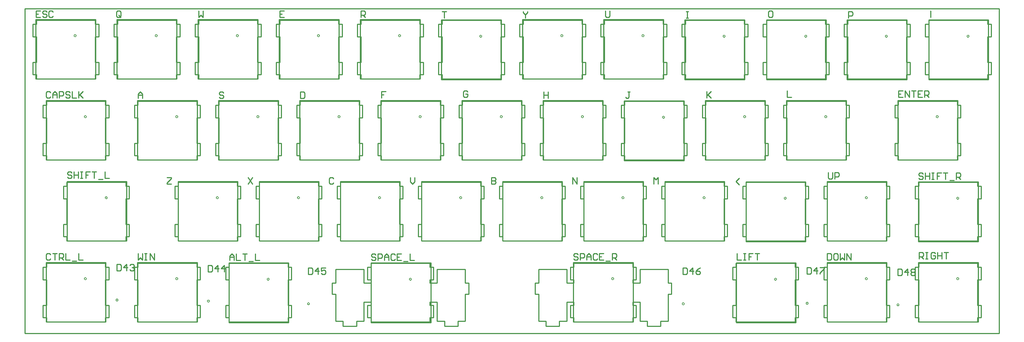
<source format=gto>
G04*
G04 #@! TF.GenerationSoftware,Altium Limited,Altium Designer,23.0.1 (38)*
G04*
G04 Layer_Color=65535*
%FSLAX44Y44*%
%MOMM*%
G71*
G04*
G04 #@! TF.SameCoordinates,415B9E50-699A-4425-B3A7-CA41C988AD1A*
G04*
G04*
G04 #@! TF.FilePolarity,Positive*
G04*
G01*
G75*
%ADD10C,0.1500*%
%ADD11C,0.2540*%
D10*
X965160Y424815D02*
G03*
X965160Y424815I-2500J0D01*
G01*
X730248Y431165D02*
G03*
X730248Y431165I-2500J0D01*
G01*
X515619Y433705D02*
G03*
X515619Y433705I-2500J0D01*
G01*
X2349498Y422275D02*
G03*
X2349498Y422275I-2500J0D01*
G01*
X2136138Y426085D02*
G03*
X2136138Y426085I-2500J0D01*
G01*
X1845270Y424815D02*
G03*
X1845270Y424815I-2500J0D01*
G01*
X2489795Y483870D02*
G03*
X2489795Y483870I-2500J0D01*
G01*
X2275165D02*
G03*
X2275165Y483870I-2500J0D01*
G01*
X2061805Y482600D02*
G03*
X2061805Y482600I-2500J0D01*
G01*
X1679535Y483870D02*
G03*
X1679535Y483870I-2500J0D01*
G01*
X1204555Y482600D02*
G03*
X1204555Y482600I-2500J0D01*
G01*
X870545D02*
G03*
X870545Y482600I-2500J0D01*
G01*
X2489795Y673100D02*
G03*
X2489795Y673100I-2500J0D01*
G01*
X2275165Y674370D02*
G03*
X2275165Y674370I-2500J0D01*
G01*
X655915Y483870D02*
G03*
X655915Y483870I-2500J0D01*
G01*
X441285D02*
G03*
X441285Y483870I-2500J0D01*
G01*
X490255Y674250D02*
G03*
X490255Y674250I-2500J0D01*
G01*
X2441535Y864870D02*
G03*
X2441535Y864870I-2500J0D01*
G01*
X2179915D02*
G03*
X2179915Y864870I-2500J0D01*
G01*
X1989415D02*
G03*
X1989415Y864870I-2500J0D01*
G01*
X1798915Y863600D02*
G03*
X1798915Y863600I-2500J0D01*
G01*
X1608415Y864870D02*
G03*
X1608415Y864870I-2500J0D01*
G01*
X1417915D02*
G03*
X1417915Y864870I-2500J0D01*
G01*
X1227415D02*
G03*
X1227415Y864870I-2500J0D01*
G01*
X1036915D02*
G03*
X1036915Y864870I-2500J0D01*
G01*
X846415D02*
G03*
X846415Y864870I-2500J0D01*
G01*
X655915D02*
G03*
X655915Y864870I-2500J0D01*
G01*
X441285D02*
G03*
X441285Y864870I-2500J0D01*
G01*
X798155Y1055370D02*
G03*
X798155Y1055370I-2500J0D01*
G01*
X2513925Y1054100D02*
G03*
X2513925Y1054100I-2500J0D01*
G01*
X2322155D02*
G03*
X2322155Y1054100I-2500J0D01*
G01*
X2132925D02*
G03*
X2132925Y1054100I-2500J0D01*
G01*
X1941155D02*
G03*
X1941155Y1054100I-2500J0D01*
G01*
X1750655Y1055370D02*
G03*
X1750655Y1055370I-2500J0D01*
G01*
X1560155D02*
G03*
X1560155Y1055370I-2500J0D01*
G01*
X1369655Y1054100D02*
G03*
X1369655Y1054100I-2500J0D01*
G01*
X1179155Y1055370D02*
G03*
X1179155Y1055370I-2500J0D01*
G01*
X988655D02*
G03*
X988655Y1055370I-2500J0D01*
G01*
X2084665Y673100D02*
G03*
X2084665Y673100I-2500J0D01*
G01*
X1894165Y674370D02*
G03*
X1894165Y674370I-2500J0D01*
G01*
X1703665D02*
G03*
X1703665Y674370I-2500J0D01*
G01*
X1513165D02*
G03*
X1513165Y674370I-2500J0D01*
G01*
X1322665D02*
G03*
X1322665Y674370I-2500J0D01*
G01*
X1132165D02*
G03*
X1132165Y674370I-2500J0D01*
G01*
X941665D02*
G03*
X941665Y674370I-2500J0D01*
G01*
X751165D02*
G03*
X751165Y674370I-2500J0D01*
G01*
X607655Y1055370D02*
G03*
X607655Y1055370I-2500J0D01*
G01*
X417155D02*
G03*
X417155Y1055370I-2500J0D01*
G01*
D11*
X2535070Y382120D02*
Y522120D01*
X2395070Y382120D02*
X2535070D01*
X2395070D02*
Y522120D01*
X2535070D01*
X2320440Y382120D02*
Y522120D01*
X2180440Y382120D02*
X2320440D01*
X2180440D02*
Y522120D01*
X2320440D01*
X2107080Y380850D02*
Y520850D01*
X1967080Y380850D02*
X2107080D01*
X1967080D02*
Y520850D01*
X2107080D01*
X1724810Y382120D02*
Y522120D01*
X1584810Y382120D02*
X1724810D01*
X1584810D02*
Y522120D01*
X1724810D01*
X1249830Y380850D02*
Y520850D01*
X1109830Y380850D02*
X1249830D01*
X1109830D02*
Y520850D01*
X1249830D01*
X915820Y380850D02*
Y520850D01*
X775820Y380850D02*
X915820D01*
X775820D02*
Y520850D01*
X915820D01*
X2535070Y571350D02*
Y711350D01*
X2395070Y571350D02*
X2535070D01*
X2395070D02*
Y711350D01*
X2535070D01*
X2320440Y572620D02*
Y712620D01*
X2180440Y572620D02*
X2320440D01*
X2180440D02*
Y712620D01*
X2320440D01*
X701190Y382120D02*
Y522120D01*
X561190Y382120D02*
X701190D01*
X561190D02*
Y522120D01*
X701190D01*
X486560Y382120D02*
Y522120D01*
X346560Y382120D02*
X486560D01*
X346560D02*
Y522120D01*
X486560D01*
X535530Y572500D02*
Y712500D01*
X395530Y572500D02*
X535530D01*
X395530D02*
Y712500D01*
X535530D01*
X2486810Y763120D02*
Y903120D01*
X2346810Y763120D02*
X2486810D01*
X2346810D02*
Y903120D01*
X2486810D01*
X2225190Y763120D02*
Y903120D01*
X2085190Y763120D02*
X2225190D01*
X2085190D02*
Y903120D01*
X2225190D01*
X2034690Y763120D02*
Y903120D01*
X1894690Y763120D02*
X2034690D01*
X1894690D02*
Y903120D01*
X2034690D01*
X1844190Y761850D02*
Y901850D01*
X1704190Y761850D02*
X1844190D01*
X1704190D02*
Y901850D01*
X1844190D01*
X1653690Y763120D02*
Y903120D01*
X1513690Y763120D02*
X1653690D01*
X1513690D02*
Y903120D01*
X1653690D01*
X1463190Y763120D02*
Y903120D01*
X1323190Y763120D02*
X1463190D01*
X1323190D02*
Y903120D01*
X1463190D01*
X1272690Y763120D02*
Y903120D01*
X1132690Y763120D02*
X1272690D01*
X1132690D02*
Y903120D01*
X1272690D01*
X1082190Y763120D02*
Y903120D01*
X942190Y763120D02*
X1082190D01*
X942190D02*
Y903120D01*
X1082190D01*
X891690Y763120D02*
Y903120D01*
X751690Y763120D02*
X891690D01*
X751690D02*
Y903120D01*
X891690D01*
X701190Y763120D02*
Y903120D01*
X561190Y763120D02*
X701190D01*
X561190D02*
Y903120D01*
X701190D01*
X486560Y763120D02*
Y903120D01*
X346560Y763120D02*
X486560D01*
X346560D02*
Y903120D01*
X486560D01*
X843430Y953620D02*
Y1093620D01*
X703430Y953620D02*
X843430D01*
X703430D02*
Y1093620D01*
X843430D01*
X2559200Y952350D02*
Y1092350D01*
X2419200Y952350D02*
X2559200D01*
X2419200D02*
Y1092350D01*
X2559200D01*
X2367430Y952350D02*
Y1092350D01*
X2227430Y952350D02*
X2367430D01*
X2227430D02*
Y1092350D01*
X2367430D01*
X2178200Y952350D02*
Y1092350D01*
X2038200Y952350D02*
X2178200D01*
X2038200D02*
Y1092350D01*
X2178200D01*
X1986430Y952350D02*
Y1092350D01*
X1846430Y952350D02*
X1986430D01*
X1846430D02*
Y1092350D01*
X1986430D01*
X1795930Y953620D02*
Y1093620D01*
X1655930Y953620D02*
X1795930D01*
X1655930D02*
Y1093620D01*
X1795930D01*
X1605430Y953620D02*
Y1093620D01*
X1465430Y953620D02*
X1605430D01*
X1465430D02*
Y1093620D01*
X1605430D01*
X1414930Y952350D02*
Y1092350D01*
X1274930Y952350D02*
X1414930D01*
X1274930D02*
Y1092350D01*
X1414930D01*
X1224430Y953620D02*
Y1093620D01*
X1084430Y953620D02*
X1224430D01*
X1084430D02*
Y1093620D01*
X1224430D01*
X1033930Y953620D02*
Y1093620D01*
X893930Y953620D02*
X1033930D01*
X893930D02*
Y1093620D01*
X1033930D01*
X2129940Y571350D02*
Y711350D01*
X1989940Y571350D02*
X2129940D01*
X1989940D02*
Y711350D01*
X2129940D01*
X1939440Y572620D02*
Y712620D01*
X1799440Y572620D02*
X1939440D01*
X1799440D02*
Y712620D01*
X1939440D01*
X1748940Y572620D02*
Y712620D01*
X1608940Y572620D02*
X1748940D01*
X1608940D02*
Y712620D01*
X1748940D01*
X1558440Y572620D02*
Y712620D01*
X1418440Y572620D02*
X1558440D01*
X1418440D02*
Y712620D01*
X1558440D01*
X1367940Y572620D02*
Y712620D01*
X1227940Y572620D02*
X1367940D01*
X1227940D02*
Y712620D01*
X1367940D01*
X1177440Y572620D02*
Y712620D01*
X1037440Y572620D02*
X1177440D01*
X1037440D02*
Y712620D01*
X1177440D01*
X986940Y572620D02*
Y712620D01*
X846940Y572620D02*
X986940D01*
X846940D02*
Y712620D01*
X986940D01*
X796440Y572620D02*
Y712620D01*
X656440Y572620D02*
X796440D01*
X656440D02*
Y712620D01*
X796440D01*
X652930Y953620D02*
Y1093620D01*
X512930Y953620D02*
X652930D01*
X512930D02*
Y1093620D01*
X652930D01*
X462430Y953620D02*
Y1093620D01*
X322430Y953620D02*
X462430D01*
X322430D02*
Y1093620D01*
X462430D01*
X514109Y953668D02*
Y963658D01*
Y953668D02*
X652600D01*
Y963658D01*
X660608D01*
X704610Y953668D02*
Y963658D01*
Y953668D02*
X843100D01*
Y963658D01*
X851108D01*
X696602D02*
X704610D01*
X485914Y891667D02*
Y901658D01*
X462102Y953668D02*
Y963658D01*
X347421Y891667D02*
Y901658D01*
X485914Y891667D02*
X493920D01*
X347421Y901658D02*
X485914D01*
X462102Y963658D02*
X470108D01*
X890725Y891667D02*
Y901658D01*
X752221D02*
X890725D01*
X553727Y891667D02*
X561720D01*
X700225D02*
X708219D01*
X700225D02*
Y901658D01*
X561720Y891667D02*
Y901658D01*
X700225D01*
X752221Y891667D02*
Y901658D01*
X744227Y891667D02*
X752221D01*
X470108Y963658D02*
Y993161D01*
X660608Y963658D02*
Y993161D01*
X652600D02*
X660608D01*
X462102D02*
X470108D01*
X506102Y963658D02*
Y993161D01*
X514109D01*
X506102Y963658D02*
X514109D01*
X696602D02*
Y993161D01*
X704610D01*
X887102Y963658D02*
Y993161D01*
X851108Y963658D02*
Y993161D01*
X843100D02*
X851108D01*
X1268102D02*
X1276110D01*
X1232094Y963658D02*
Y993161D01*
X1268102Y963658D02*
Y993161D01*
X1224100D02*
X1232094D01*
X1268102Y963658D02*
X1276110D01*
X1125227Y802661D02*
X1133221D01*
X1089219Y862164D02*
Y891667D01*
X1133221Y802661D02*
Y862164D01*
X1125227D02*
X1133221D01*
X1125227D02*
Y891667D01*
X1271725D02*
Y901658D01*
X1224100Y953668D02*
Y963658D01*
X1133221Y891667D02*
Y901658D01*
X1271725D01*
X1224100Y963658D02*
X1232094D01*
X1125227Y891667D02*
X1133221D01*
X1276110Y953668D02*
Y963658D01*
X1271725Y802661D02*
X1279719D01*
X1271725D02*
Y862164D01*
Y891667D02*
X1279719D01*
X1271725Y862164D02*
X1279719D01*
Y891667D01*
X1795600Y993161D02*
X1803610D01*
Y963658D02*
Y993161D01*
X1795600Y963658D02*
X1803610D01*
X1795600Y953668D02*
Y963658D01*
X1895220Y891667D02*
Y901658D01*
X1887230Y891667D02*
X1895220D01*
X1887230Y862164D02*
X1895220D01*
X1887230D02*
Y891667D01*
X1895220Y901658D02*
X2033730D01*
X1843230Y891667D02*
X1851220D01*
X1660720Y862164D02*
Y891667D01*
X1704720D02*
Y901658D01*
X1696730Y862164D02*
Y891667D01*
X1704720D01*
X1843230D02*
Y901658D01*
X1851220Y862164D02*
Y891667D01*
X1843230Y862164D02*
X1851220D01*
X1696730D02*
X1704720D01*
Y901658D02*
X1843230D01*
X1986100Y993161D02*
X1994110D01*
X1847610Y953668D02*
Y963658D01*
Y953668D02*
X1986100D01*
X1994110Y963658D02*
Y993161D01*
X1986100Y953668D02*
Y963658D01*
X1839600Y993161D02*
X1847610D01*
X1839600Y963658D02*
X1847610D01*
X1986100D02*
X1994110D01*
X1839600D02*
Y993161D01*
X2033730Y891667D02*
X2041720D01*
X2033730Y862164D02*
X2041720D01*
Y891667D01*
X2033730D02*
Y901658D01*
X2030100Y993161D02*
X2038110D01*
X2030100Y963658D02*
X2038110D01*
X2030100D02*
Y993161D01*
X2038110Y953668D02*
Y963658D01*
X2533790Y510668D02*
Y520659D01*
X2395280Y510668D02*
Y520659D01*
Y572666D02*
X2533790D01*
X2387290Y481165D02*
Y510668D01*
X2395280Y572666D02*
Y582657D01*
Y520659D02*
X2533790D01*
X2387290Y481165D02*
X2395280D01*
X2387290Y510668D02*
X2395280D01*
X2533790Y572666D02*
Y582657D01*
X2387290Y671665D02*
Y701168D01*
X2395280D02*
Y711158D01*
X2387290Y671665D02*
X2395280D01*
X2387290Y701168D02*
X2395280D01*
X2533790D02*
Y711158D01*
X2387290Y582657D02*
Y612161D01*
X2533790D02*
Y671665D01*
X2395280Y612161D02*
Y671665D01*
X2387290Y612161D02*
X2395280D01*
X2387290Y582657D02*
X2395280D01*
Y711158D02*
X2533790D01*
X2319480Y612161D02*
X2327470D01*
X2319480Y671665D02*
X2327470D01*
Y582657D02*
Y612161D01*
X2319480D02*
Y671665D01*
Y510668D02*
Y520659D01*
Y572666D02*
Y582657D01*
X2327470D01*
Y671665D02*
Y701168D01*
X2319480D02*
X2327470D01*
X2319480Y481165D02*
X2327470D01*
Y510668D01*
X2319480D02*
X2327470D01*
X2319480Y701168D02*
Y711158D01*
X2411100Y993161D02*
X2419110D01*
X2367100Y963658D02*
X2375110D01*
X2411100D02*
X2419110D01*
X2367100Y993161D02*
X2375110D01*
X2367100Y953668D02*
Y963658D01*
X2375110D02*
Y993161D01*
X2411100Y963658D02*
Y993161D01*
X2419110Y953668D02*
Y963658D01*
X2339660Y891667D02*
X2347670D01*
Y802661D02*
Y862164D01*
X2339660D02*
X2347670D01*
X2339660D02*
Y891667D01*
Y802661D02*
X2347670D01*
X2339660Y773158D02*
Y802661D01*
X2347670Y891667D02*
Y901658D01*
X2339660Y773158D02*
X2347670D01*
Y763168D02*
Y773158D01*
X2232220D02*
Y802661D01*
Y862164D02*
Y891667D01*
X2486160Y862164D02*
X2494170D01*
X2486160Y891667D02*
X2494170D01*
Y862164D02*
Y891667D01*
X2486160Y773158D02*
X2494170D01*
X2486160Y891667D02*
Y901658D01*
Y802661D02*
Y862164D01*
X2347670Y763168D02*
X2486160D01*
Y773158D01*
X2494170D02*
Y802661D01*
X2486160D02*
X2494170D01*
X2347670Y901658D02*
X2486160D01*
X1092666Y473668D02*
X1109423D01*
X1092666D02*
Y505969D01*
X1247913Y473668D02*
X1264670D01*
X1101415Y481165D02*
X1109423D01*
Y473668D02*
Y481165D01*
X1101415D02*
Y510668D01*
X1264670Y473668D02*
Y505969D01*
X1101415Y510668D02*
X1109423D01*
X1247913Y473668D02*
Y481165D01*
X1255921D01*
Y510668D01*
X2172980Y392157D02*
Y421661D01*
X1740920Y384468D02*
Y429157D01*
X2319480Y421661D02*
X2327470D01*
X2319480Y392157D02*
X2327470D01*
X2172980D02*
X2180970D01*
X1806910Y384468D02*
Y447169D01*
X2327470Y392157D02*
Y421661D01*
X1577660Y510668D02*
X1585670D01*
X1557480Y572666D02*
Y582657D01*
X1565470D02*
Y612161D01*
X1557480Y582657D02*
X1565470D01*
X1568920Y473668D02*
Y505969D01*
Y473668D02*
X1585670D01*
X1577660Y481165D02*
Y510668D01*
Y481165D02*
X1585670D01*
X1568920Y429157D02*
X1585670D01*
X1577660Y421661D02*
X1585670D01*
X1577660Y392157D02*
Y421661D01*
Y392157D02*
X1585670D01*
X1557480Y612161D02*
X1565470D01*
X1557480D02*
Y671665D01*
X1565470D01*
X1609470Y612161D02*
Y671665D01*
X1990470Y612161D02*
Y671665D01*
X1747980D02*
X1755970D01*
X2128980D02*
X2136970D01*
X1747980Y612161D02*
Y671665D01*
X1982480D02*
X1990470D01*
X2128980Y612161D02*
Y671665D01*
X1938480D02*
X1946470D01*
X1601480D02*
X1609470D01*
X1791980D02*
X1799970D01*
Y612161D02*
Y671665D01*
X1938480Y612161D02*
Y671665D01*
X1247913Y429157D02*
X1264670D01*
X1092666Y384468D02*
Y429157D01*
X1247913Y392157D02*
X1255921D01*
X1247913Y421661D02*
Y429157D01*
X1092666D02*
X1109423D01*
Y421661D02*
Y429157D01*
X1101415Y421661D02*
X1109423D01*
X1101415Y392157D02*
X1109423D01*
X1247913Y421661D02*
X1255921D01*
X1101415Y392157D02*
Y421661D01*
X1255921Y392157D02*
Y421661D01*
X1264670Y384468D02*
Y429157D01*
X1330660Y384468D02*
Y447169D01*
X1338920D01*
Y473668D01*
X1494670Y447169D02*
X1502920D01*
X1330660Y473668D02*
X1338920D01*
X1330660D02*
Y505969D01*
X1502920D02*
X1568920D01*
X1494670Y447169D02*
Y473668D01*
X1502920D01*
Y505969D01*
Y384468D02*
Y447169D01*
X1568920Y384468D02*
Y429157D01*
X1418970Y572666D02*
X1557480D01*
X2319480Y421661D02*
Y481165D01*
X2180970Y421661D02*
Y481165D01*
X2172980Y510668D02*
X2180970D01*
Y520659D02*
X2319480D01*
X2180970Y510668D02*
Y520659D01*
X2172980Y481165D02*
Y510668D01*
Y481165D02*
X2180970D01*
X2172980Y421661D02*
X2180970D01*
Y572666D02*
X2319480D01*
X2128980Y612161D02*
X2136970D01*
X2172980Y671665D02*
X2180970D01*
X2172980Y612161D02*
X2180970D01*
Y671665D01*
X2172980Y582657D02*
Y612161D01*
Y582657D02*
X2180970D01*
X2128980D02*
X2136970D01*
Y612161D01*
X2180970Y572666D02*
Y582657D01*
X553727Y510668D02*
X561720D01*
X553727Y481165D02*
Y510668D01*
X561720D02*
Y520659D01*
X485914Y510668D02*
Y520659D01*
X493920Y481165D02*
Y510668D01*
X553727Y481165D02*
X561720D01*
X485914D02*
X493920D01*
X485914Y510668D02*
X493920D01*
X561720Y520659D02*
X700225D01*
X795475Y612161D02*
Y671665D01*
Y582657D02*
X803469D01*
Y612161D01*
X795475Y572666D02*
Y582657D01*
Y612161D02*
X803469D01*
X795475Y671665D02*
X803469D01*
X395033Y572666D02*
Y582657D01*
X533539Y572666D02*
Y582657D01*
X395033Y612161D02*
Y671665D01*
Y572666D02*
X533539D01*
X541532Y671665D02*
Y701168D01*
Y582657D02*
Y612161D01*
X533539Y671665D02*
X541532D01*
X533539Y582657D02*
X541532D01*
X533539Y612161D02*
X541532D01*
X533539D02*
Y671665D01*
Y701168D02*
X541532D01*
X648977Y582657D02*
X656971D01*
X648977D02*
Y612161D01*
Y701168D02*
X656971D01*
X648977Y671665D02*
Y701168D01*
X656971Y612161D02*
Y671665D01*
X648977Y612161D02*
X656971D01*
X648977Y671665D02*
X656971D01*
Y572666D02*
Y582657D01*
X914538Y510668D02*
X922532D01*
X914538D02*
Y520659D01*
X922532Y481165D02*
Y510668D01*
X914538Y481165D02*
X922532D01*
X776034Y520659D02*
X914538D01*
X839477Y701168D02*
X847471D01*
X803469Y671665D02*
Y701168D01*
X795475D02*
X803469D01*
X839477Y671665D02*
Y701168D01*
Y671665D02*
X847471D01*
X839477Y612161D02*
X847471D01*
Y671665D01*
Y572666D02*
Y582657D01*
X839477D02*
X847471D01*
X839477D02*
Y612161D01*
X768040Y510668D02*
X776034D01*
X768040Y481165D02*
Y510668D01*
X700225D02*
X708219D01*
X700225Y481165D02*
X708219D01*
Y510668D01*
X768040Y481165D02*
X776034D01*
Y510668D02*
Y520659D01*
X700225Y510668D02*
Y520659D01*
X656971Y572666D02*
X795475D01*
X2113170Y392157D02*
Y421661D01*
Y481165D02*
Y510668D01*
X2105160D02*
X2113170D01*
X2105160Y421661D02*
X2113170D01*
X2105160D02*
Y481165D01*
X2113170D01*
X2105160Y392157D02*
X2113170D01*
X2105160Y510668D02*
Y520659D01*
X1958660Y392157D02*
X1966670D01*
X1958660Y481165D02*
Y510668D01*
X1966670D02*
Y520659D01*
X1958660Y510668D02*
X1966670D01*
X1958660Y481165D02*
X1966670D01*
Y421661D02*
Y481165D01*
X1958660Y421661D02*
X1966670D01*
X1958660Y392157D02*
Y421661D01*
X1724160Y392157D02*
X1732170D01*
X1740920Y473668D02*
Y505969D01*
X1724160Y481165D02*
X1732170D01*
Y392157D02*
Y421661D01*
X1740920Y505969D02*
X1806910D01*
X1724160Y421661D02*
X1732170D01*
X1724160D02*
Y429157D01*
X1740920D01*
X1724160Y473668D02*
Y481165D01*
Y473668D02*
X1740920D01*
X1609470Y572666D02*
Y582657D01*
X1724160Y510668D02*
Y520659D01*
X1732170Y481165D02*
Y510668D01*
X1601480Y582657D02*
X1609470D01*
X1585670Y421661D02*
Y429157D01*
Y520659D02*
X1724160D01*
X1601480Y582657D02*
Y612161D01*
X1609470D01*
X1724160Y510668D02*
X1732170D01*
X1609470Y572666D02*
X1747980D01*
X1585670Y510668D02*
Y520659D01*
Y473668D02*
Y481165D01*
X1747980Y572666D02*
Y582657D01*
Y612161D02*
X1755970D01*
Y582657D02*
Y612161D01*
X1747980Y582657D02*
X1755970D01*
X1938480Y612161D02*
X1946470D01*
X1938480Y582657D02*
X1946470D01*
X1982480Y612161D02*
X1990470D01*
X1946470Y582657D02*
Y612161D01*
X1982480Y582657D02*
Y612161D01*
Y582657D02*
X1990470D01*
Y572666D02*
Y582657D01*
X1966670Y520659D02*
X2105160D01*
X1990470Y572666D02*
X2128980D01*
Y582657D01*
X1791980D02*
Y612161D01*
X1799970Y572666D02*
Y582657D01*
X1791980D02*
X1799970D01*
X1806910Y473668D02*
Y505969D01*
Y473668D02*
X1815170D01*
X1806910Y447169D02*
X1815170D01*
X1799970Y572666D02*
X1938480D01*
Y582657D01*
X1815170Y447169D02*
Y473668D01*
X1791980Y612161D02*
X1799970D01*
X1109423Y510668D02*
Y520659D01*
X1247913Y510668D02*
X1255921D01*
X1264670Y505969D02*
X1330660D01*
X1247913Y510668D02*
Y520659D01*
X1109423D02*
X1247913D01*
X1462230Y802661D02*
Y862164D01*
Y773158D02*
X1470220D01*
X1462230Y891667D02*
X1470220D01*
Y862164D02*
Y891667D01*
X1462230Y802661D02*
X1470220D01*
Y773158D02*
Y802661D01*
X1462230Y862164D02*
X1470220D01*
X1458600Y963658D02*
X1466610D01*
X1458600D02*
Y993161D01*
X1466610Y953668D02*
Y963658D01*
X1125227Y773158D02*
X1133221D01*
X1176475Y701168D02*
Y711158D01*
Y612161D02*
Y671665D01*
X1184469D01*
Y701168D01*
X1176475D02*
X1184469D01*
X1133221Y763168D02*
Y773158D01*
X1125227D02*
Y802661D01*
X1133221Y763168D02*
X1271725D01*
Y773158D01*
X1279719D01*
Y802661D01*
X1366980Y671665D02*
X1374970D01*
X1220477D02*
Y701168D01*
X1228471Y612161D02*
Y671665D01*
Y701168D02*
Y711158D01*
X1220477Y701168D02*
X1228471D01*
X1220477Y671665D02*
X1228471D01*
X1366980Y701168D02*
Y711158D01*
Y612161D02*
Y671665D01*
X1374970D02*
Y701168D01*
X1366980D02*
X1374970D01*
X1228471Y711158D02*
X1366980D01*
X1410980Y701168D02*
X1418970D01*
Y612161D02*
Y671665D01*
X1410980D02*
X1418970D01*
Y701168D02*
Y711158D01*
X1410980Y671665D02*
Y701168D01*
X1422590Y963658D02*
Y993161D01*
X1414600Y953668D02*
Y963658D01*
X1422590D01*
X1176475Y572666D02*
Y582657D01*
X1184469D02*
Y612161D01*
X1176475Y582657D02*
X1184469D01*
X1220477Y612161D02*
X1228471D01*
X1220477Y582657D02*
Y612161D01*
Y582657D02*
X1228471D01*
Y572666D02*
Y582657D01*
X1176475Y612161D02*
X1184469D01*
X1374970Y582657D02*
Y612161D01*
X1366980D02*
X1374970D01*
X1410980D02*
X1418970D01*
X1410980Y582657D02*
Y612161D01*
Y582657D02*
X1418970D01*
Y572666D02*
Y582657D01*
X1228471Y572666D02*
X1366980D01*
Y582657D01*
X1374970D01*
X1323720Y763168D02*
Y773158D01*
X1462230Y891667D02*
Y901658D01*
X1315730Y773158D02*
X1323720D01*
Y901658D02*
X1462230D01*
X1323720Y891667D02*
Y901658D01*
X1315730Y891667D02*
X1323720D01*
X1315730Y862164D02*
X1323720D01*
Y802661D02*
Y862164D01*
X1315730D02*
Y891667D01*
Y773158D02*
Y802661D01*
X1323720D01*
Y763168D02*
X1462230D01*
Y773158D01*
X1276110Y953668D02*
X1414600D01*
X2367100Y993161D02*
Y1052664D01*
X2375110D02*
Y1082167D01*
X2367100D02*
X2375110D01*
X2367100Y1052664D02*
X2375110D01*
X2220600Y1082167D02*
X2228610D01*
X2220600Y1052664D02*
Y1082167D01*
X2176600D02*
X2184610D01*
Y1052664D02*
Y1082167D01*
X2224230Y802661D02*
Y862164D01*
X2077730D02*
X2085720D01*
X2224230D02*
X2232220D01*
X2085720Y891667D02*
Y901658D01*
X2077730Y891667D02*
X2085720D01*
X2077730Y862164D02*
Y891667D01*
X1990470Y711158D02*
X2128980D01*
Y701168D02*
Y711158D01*
X1938480Y701168D02*
X1946470D01*
X1938480D02*
Y711158D01*
X1990470Y701168D02*
Y711158D01*
X1982480Y701168D02*
X1990470D01*
X2128980D02*
X2136970D01*
X2180970Y711158D02*
X2319480D01*
X2085720Y802661D02*
Y862164D01*
X2033730Y773158D02*
X2041720D01*
Y802661D01*
X2033730D02*
X2041720D01*
X2033730D02*
Y862164D01*
X2077730Y802661D02*
X2085720D01*
X2077730Y773158D02*
Y802661D01*
Y773158D02*
X2085720D01*
Y763168D02*
Y773158D01*
X2176600Y1052664D02*
X2184610D01*
X1986100Y993161D02*
Y1052664D01*
X2038110Y993161D02*
Y1052664D01*
Y953668D02*
X2176600D01*
Y963658D01*
X2184610D01*
Y993161D01*
X2220600D02*
X2228610D01*
X2176600D02*
X2184610D01*
X2176600D02*
Y1052664D01*
X2220600D02*
X2228610D01*
Y993161D02*
Y1052664D01*
X2220600Y963658D02*
Y993161D01*
X2224230Y891667D02*
X2232220D01*
X2224230D02*
Y901658D01*
X2085720D02*
X2224230D01*
X2220600Y963658D02*
X2228610D01*
Y953668D02*
Y963658D01*
Y953668D02*
X2367100D01*
X847471Y572666D02*
X985975D01*
Y582657D01*
X993969D01*
X985975Y612161D02*
X993969D01*
Y582657D02*
Y612161D01*
X890725Y891667D02*
X898719D01*
X934727Y862164D02*
X942721D01*
Y891667D02*
Y901658D01*
X934727Y862164D02*
Y891667D01*
X890725Y802661D02*
Y862164D01*
X934727Y891667D02*
X942721D01*
X890725Y862164D02*
X898719D01*
Y891667D01*
X942721Y802661D02*
Y862164D01*
X934727Y802661D02*
X942721D01*
X985975Y701168D02*
Y711158D01*
X1029977Y671665D02*
Y701168D01*
X985975D02*
X993969D01*
Y671665D02*
Y701168D01*
X985975Y671665D02*
X993969D01*
X985975Y612161D02*
Y671665D01*
X1029977Y582657D02*
Y612161D01*
X656971Y701168D02*
Y711158D01*
X898719Y773158D02*
Y802661D01*
X795475Y701168D02*
Y711158D01*
X656971D02*
X795475D01*
X847471Y701168D02*
Y711158D01*
X985975D01*
X752221Y763168D02*
X890725D01*
Y773158D01*
X898719D01*
X890725Y802661D02*
X898719D01*
X934727Y773158D02*
X942721D01*
X934727D02*
Y802661D01*
X942721Y763168D02*
Y773158D01*
X553727D02*
Y802661D01*
X561720D01*
X553727Y773158D02*
X561720D01*
X553727Y862164D02*
Y891667D01*
Y862164D02*
X561720D01*
Y802661D02*
Y862164D01*
Y763168D02*
Y773158D01*
X744227Y862164D02*
X752221D01*
X700225Y802661D02*
X708219D01*
X752221D02*
Y862164D01*
X744227Y802661D02*
X752221D01*
X744227Y773158D02*
Y802661D01*
Y773158D02*
X752221D01*
X561720Y763168D02*
X700225D01*
Y773158D01*
X708219D01*
Y802661D01*
X700225D02*
Y862164D01*
X708219D01*
Y891667D01*
X744227Y862164D02*
Y891667D01*
X752221Y763168D02*
Y773158D01*
X339415Y510668D02*
X347421D01*
X339415Y481165D02*
Y510668D01*
Y481165D02*
X347421D01*
Y510668D02*
Y520659D01*
X485914D01*
Y862164D02*
X493920D01*
X485914Y802661D02*
X493920D01*
X387040Y671665D02*
Y701168D01*
Y671665D02*
X395033D01*
X387040Y612161D02*
X395033D01*
X387040Y582657D02*
Y612161D01*
Y582657D02*
X395033D01*
X533539Y701168D02*
Y711158D01*
X395033D02*
X533539D01*
X485914Y773158D02*
X493920D01*
Y802661D01*
X339415D02*
X347421D01*
Y862164D01*
X339415Y773158D02*
Y802661D01*
X347421Y763168D02*
Y773158D01*
X339415Y862164D02*
X347421D01*
X339415Y773158D02*
X347421D01*
Y763168D02*
X485914D01*
Y773158D01*
X339415Y862164D02*
Y891667D01*
X347421D01*
X387040Y701168D02*
X395033D01*
Y711158D01*
X485914Y802661D02*
Y862164D01*
X493920D02*
Y891667D01*
X315602Y1052664D02*
Y1082167D01*
X323609D01*
X315602Y1052664D02*
X323609D01*
X315602Y993161D02*
X323609D01*
X1276110Y1092158D02*
X1414600D01*
Y1082167D02*
Y1092158D01*
X1466610Y1082167D02*
Y1092158D01*
X1605100Y1082167D02*
Y1092158D01*
X1466610D02*
X1605100D01*
X315602Y963658D02*
Y993161D01*
Y963658D02*
X323609D01*
Y953668D02*
Y963658D01*
Y953668D02*
X462102D01*
X323609Y1082167D02*
Y1092158D01*
X462102D01*
X514109Y1082167D02*
Y1092158D01*
X652600Y1082167D02*
Y1092158D01*
X514109D02*
X652600D01*
X462102Y1082167D02*
Y1092158D01*
X843100Y1082167D02*
Y1092158D01*
X704610D02*
X843100D01*
X895110Y1082167D02*
Y1092158D01*
X704610Y1082167D02*
Y1092158D01*
X887102Y963658D02*
X895110D01*
Y953668D02*
X1033600D01*
Y1082167D02*
Y1092158D01*
X895110D02*
X1033600D01*
X895110Y953668D02*
Y963658D01*
X1224100Y1082167D02*
Y1092158D01*
X1085610D02*
X1224100D01*
X1276110Y1082167D02*
Y1092158D01*
X1657110D02*
X1795600D01*
X1657110Y1082167D02*
Y1092158D01*
X1795600Y1082167D02*
Y1092158D01*
X1847610Y1082167D02*
Y1092158D01*
X1986100D01*
Y1082167D02*
Y1092158D01*
X2038110Y1082167D02*
Y1092158D01*
X2176600Y1082167D02*
Y1092158D01*
X2038110D02*
X2176600D01*
X696602Y1082167D02*
X704610D01*
X652600D02*
X660608D01*
Y1052664D02*
Y1082167D01*
X462102Y1052664D02*
X470108D01*
Y1082167D01*
X462102D02*
X470108D01*
X506102D02*
X514109D01*
X506102Y1052664D02*
Y1082167D01*
Y1052664D02*
X514109D01*
X652600D02*
X660608D01*
X696602D02*
Y1082167D01*
Y1052664D02*
X704610D01*
X1613110D02*
Y1082167D01*
X1649100Y1052664D02*
Y1082167D01*
X1605100Y993161D02*
Y1052664D01*
X1613110D01*
X1605100Y1082167D02*
X1613110D01*
X1605100Y993161D02*
X1613110D01*
X1458600Y1082167D02*
X1466610D01*
X1268102D02*
X1276110D01*
X1414600D02*
X1422590D01*
X1458600Y1052664D02*
Y1082167D01*
Y1052664D02*
X1466610D01*
X704610Y993161D02*
Y1052664D01*
X843100Y993161D02*
Y1052664D01*
X895110Y993161D02*
Y1052664D01*
X887102Y993161D02*
X895110D01*
X1033600D02*
X1041608D01*
X1033600D02*
Y1052664D01*
X1224100Y993161D02*
Y1052664D01*
X1232094D01*
X1276110Y993161D02*
Y1052664D01*
X1414600Y993161D02*
X1422590D01*
X1414600D02*
Y1052664D01*
X1422590D01*
X1466610Y993161D02*
Y1052664D01*
X1458600Y993161D02*
X1466610D01*
X323609D02*
Y1052664D01*
X462102Y993161D02*
Y1052664D01*
X514109Y993161D02*
Y1052664D01*
X652600Y993161D02*
Y1052664D01*
X1077602Y993161D02*
X1085610D01*
X1077602Y1052664D02*
X1085610D01*
Y993161D02*
Y1052664D01*
X1041608D02*
Y1082167D01*
X1077602D02*
X1085610D01*
X1077602Y1052664D02*
Y1082167D01*
X851108Y1052664D02*
Y1082167D01*
X1033600Y1052664D02*
X1041608D01*
X843100Y1082167D02*
X851108D01*
X843100Y1052664D02*
X851108D01*
X1033600Y1082167D02*
X1041608D01*
X887102Y1052664D02*
X895110D01*
X887102Y1082167D02*
X895110D01*
X887102Y1052664D02*
Y1082167D01*
X1232094Y1052664D02*
Y1082167D01*
X1224100D02*
X1232094D01*
X1268102Y1052664D02*
Y1082167D01*
Y1052664D02*
X1276110D01*
X1422590D02*
Y1082167D01*
X2533790Y392157D02*
X2541780D01*
X2533790Y481165D02*
X2541780D01*
Y510668D01*
X2533790D02*
X2541780D01*
Y392157D02*
Y421661D01*
X700225Y382166D02*
Y392157D01*
X708219D01*
X768040D02*
X776034D01*
X339415D02*
Y421661D01*
X347421D01*
X339415Y392157D02*
X347421D01*
Y382166D02*
Y392157D01*
X485914Y382166D02*
Y392157D01*
X493920D01*
Y421661D01*
X485914D02*
X493920D01*
X553727D02*
X561720D01*
X553727Y392157D02*
Y421661D01*
Y392157D02*
X561720D01*
Y382166D02*
Y392157D01*
X2533790Y421661D02*
X2541780D01*
Y582657D02*
Y612161D01*
X2533790D02*
X2541780D01*
X2533790Y671665D02*
X2541780D01*
X1085610Y1082167D02*
Y1092158D01*
X2228610Y1082167D02*
Y1092158D01*
X768040Y392157D02*
Y421661D01*
X2367100Y1082167D02*
Y1092158D01*
X2228610D02*
X2367100D01*
X2557600Y1082167D02*
Y1092158D01*
X2419110Y1082167D02*
Y1092158D01*
X2557600Y1082167D02*
X2565610D01*
Y1052664D02*
Y1082167D01*
X2419110Y1092158D02*
X2557600D01*
X708219Y392157D02*
Y421661D01*
X2411100Y1082167D02*
X2419110D01*
X2411100Y1052664D02*
Y1082167D01*
Y1052664D02*
X2419110D01*
Y993161D02*
Y1052664D01*
X296861Y1118905D02*
X2584360D01*
X561720Y421661D02*
Y481165D01*
X347421Y421661D02*
Y481165D01*
X485914Y421661D02*
Y481165D01*
X768040Y421661D02*
X776034D01*
X700225D02*
X708219D01*
X700225D02*
Y481165D01*
X2533790Y582657D02*
X2541780D01*
X2584360Y355405D02*
Y1118905D01*
X2557600Y993161D02*
Y1052664D01*
Y963658D02*
X2565610D01*
X2557600Y953668D02*
Y963658D01*
X2541780Y671665D02*
Y701168D01*
X2533790D02*
X2541780D01*
X2557600Y993161D02*
X2565610D01*
Y963658D02*
Y993161D01*
X2419110Y953668D02*
X2557600D01*
Y1052664D02*
X2565610D01*
X1724160Y382166D02*
Y392157D01*
X1247913Y382166D02*
Y392157D01*
X1109423Y382166D02*
Y392157D01*
X1585670Y382166D02*
Y392157D01*
X1966670Y382166D02*
Y392157D01*
X2105160Y382166D02*
Y392157D01*
X2180970Y382166D02*
Y392157D01*
X2319480Y382166D02*
Y392157D01*
X2387290Y421661D02*
X2395280D01*
Y382166D02*
Y392157D01*
X2533790Y382166D02*
Y392157D01*
X2387290D02*
Y421661D01*
Y392157D02*
X2395280D01*
Y421661D02*
Y481165D01*
X2533790Y421661D02*
Y481165D01*
X914538Y382166D02*
Y392157D01*
X776034Y382166D02*
Y392157D01*
Y421661D02*
Y481165D01*
X914538Y392157D02*
X922532D01*
Y421661D01*
X914538D02*
X922532D01*
X914538D02*
Y481165D01*
X1026672Y384468D02*
Y447169D01*
Y505969D02*
X1092666D01*
X1018417Y447169D02*
X1026672D01*
X1018417D02*
Y473668D01*
X1026672D01*
Y505969D01*
X1081225Y763168D02*
Y773158D01*
X1089219D01*
Y802661D01*
X1081225D02*
X1089219D01*
X942721Y901658D02*
X1081225D01*
Y891667D02*
X1089219D01*
X1081225Y802661D02*
Y862164D01*
X1089219D01*
X1081225Y891667D02*
Y901658D01*
X1033600Y953668D02*
Y963658D01*
X1041608D01*
Y993161D01*
X1077602Y963658D02*
Y993161D01*
Y963658D02*
X1085610D01*
Y953668D02*
Y963658D01*
Y953668D02*
X1224100D01*
X942721Y763168D02*
X1081225D01*
X2172980Y701168D02*
X2180970D01*
X1799970D02*
Y711158D01*
X1791980Y701168D02*
X1799970D01*
X2180970D02*
Y711158D01*
X1514220Y763168D02*
X1652730D01*
X1704720D02*
X1843230D01*
X2085720D02*
X2224230D01*
X2172980Y671665D02*
Y701168D01*
X1799970Y711158D02*
X1938480D01*
X1982480Y671665D02*
Y701168D01*
X2136970Y671665D02*
Y701168D01*
X1418970Y711158D02*
X1557480D01*
X1609470D02*
X1747980D01*
Y701168D02*
X1755970D01*
X1565470Y671665D02*
Y701168D01*
X1557480D02*
X1565470D01*
X1557480D02*
Y711158D01*
X1609470Y701168D02*
Y711158D01*
X1601480Y701168D02*
X1609470D01*
X1601480Y671665D02*
Y701168D01*
X1755970Y671665D02*
Y701168D01*
X1747980D02*
Y711158D01*
X1791980Y671665D02*
Y701168D01*
X1946470Y671665D02*
Y701168D01*
X1037971Y572666D02*
X1176475D01*
X1037971Y711158D02*
X1176475D01*
X1037971Y701168D02*
Y711158D01*
X1029977Y701168D02*
X1037971D01*
X1029977Y671665D02*
X1037971D01*
Y612161D02*
Y671665D01*
X1029977Y612161D02*
X1037971D01*
X1029977Y582657D02*
X1037971D01*
Y572666D02*
Y582657D01*
X1466610Y953668D02*
X1605100D01*
X1843230Y802661D02*
Y862164D01*
X1895220Y802661D02*
Y862164D01*
X1887230Y802661D02*
X1895220D01*
X1605100Y953668D02*
Y963658D01*
X1613110D01*
Y993161D01*
X1649100Y963658D02*
Y993161D01*
X1657110D01*
Y1052664D01*
X1649100Y963658D02*
X1657110D01*
Y953668D02*
Y963658D01*
Y953668D02*
X1795600D01*
Y993161D02*
Y1052664D01*
X1847610Y993161D02*
Y1052664D01*
X1506230Y773158D02*
Y802661D01*
Y773158D02*
X1514220D01*
Y763168D02*
Y773158D01*
X1652730Y763168D02*
Y773158D01*
X1660720D01*
Y802661D01*
X1652730D02*
X1660720D01*
X1696730Y773158D02*
Y802661D01*
X1704720Y763168D02*
Y773158D01*
X1696730D02*
X1704720D01*
X1843230Y763168D02*
Y773158D01*
X1895220Y763168D02*
Y773158D01*
X1851220D02*
Y802661D01*
X1843230Y773158D02*
X1851220D01*
X1843230Y802661D02*
X1851220D01*
X1887230Y773158D02*
Y802661D01*
Y773158D02*
X1895220D01*
Y763168D02*
X2033730D01*
Y773158D01*
X2224230Y763168D02*
Y773158D01*
X2232220D01*
X2224230Y802661D02*
X2232220D01*
X1506230D02*
X1514220D01*
Y891667D02*
Y901658D01*
X1506230Y891667D02*
X1514220D01*
X1506230Y862164D02*
X1514220D01*
Y802661D02*
Y862164D01*
X1506230D02*
Y891667D01*
X1652730Y802661D02*
Y862164D01*
X1660720D01*
X1652730Y891667D02*
X1660720D01*
X1652730D02*
Y901658D01*
X1514220D02*
X1652730D01*
X1704720Y802661D02*
Y862164D01*
X1696730Y802661D02*
X1704720D01*
X1649100Y1082167D02*
X1657110D01*
X1649100Y1052664D02*
X1657110D01*
X1795600D02*
X1803610D01*
Y1082167D01*
X1795600D02*
X1803610D01*
X1839600D02*
X1847610D01*
X1839600Y1052664D02*
Y1082167D01*
Y1052664D02*
X1847610D01*
X1986100D02*
X1994110D01*
Y1082167D01*
X1986100D02*
X1994110D01*
X2030100D02*
X2038110D01*
X2030100Y1052664D02*
Y1082167D01*
Y1052664D02*
X2038110D01*
X296861Y355405D02*
X2584360D01*
X296861D02*
Y1118905D01*
X1026672Y384468D02*
X1043908D01*
Y372465D02*
Y384468D01*
Y372465D02*
X1075411D01*
Y384468D01*
X1092666D01*
X1109423Y382166D02*
X1247913D01*
X1264670Y384468D02*
X1281910D01*
Y372465D02*
Y384468D01*
Y372465D02*
X1313410D01*
Y384468D01*
X1330660D01*
X1502920D02*
X1520160D01*
Y372465D02*
Y384468D01*
Y372465D02*
X1551660D01*
Y384468D01*
X1568920D01*
X1585670Y382166D02*
X1724160D01*
X1740920Y384468D02*
X1758160D01*
Y372465D02*
Y384468D01*
Y372465D02*
X1789660D01*
Y384468D01*
X1806910D01*
X347421Y382166D02*
X485914D01*
X561720D02*
X700225D01*
X776034D02*
X914538D01*
X1966670D02*
X2105160D01*
X2180970D02*
X2319480D01*
X2395280D02*
X2533790D01*
X2346198Y506471D02*
Y491236D01*
X2353815D01*
X2356355Y493775D01*
Y503932D01*
X2353815Y506471D01*
X2346198D01*
X2369051Y491236D02*
Y506471D01*
X2361433Y498853D01*
X2371590D01*
X2376668Y503932D02*
X2379207Y506471D01*
X2384286D01*
X2386825Y503932D01*
Y501393D01*
X2384286Y498853D01*
X2386825Y496314D01*
Y493775D01*
X2384286Y491236D01*
X2379207D01*
X2376668Y493775D01*
Y496314D01*
X2379207Y498853D01*
X2376668Y501393D01*
Y503932D01*
X2379207Y498853D02*
X2384286D01*
X2132838Y510281D02*
Y495046D01*
X2140455D01*
X2142995Y497585D01*
Y507742D01*
X2140455Y510281D01*
X2132838D01*
X2155691Y495046D02*
Y510281D01*
X2148073Y502663D01*
X2158230D01*
X2163308Y510281D02*
X2173465D01*
Y507742D01*
X2163308Y497585D01*
Y495046D01*
X1842008Y509011D02*
Y493776D01*
X1849626D01*
X1852165Y496315D01*
Y506472D01*
X1849626Y509011D01*
X1842008D01*
X1864861Y493776D02*
Y509011D01*
X1857243Y501394D01*
X1867400D01*
X1882635Y509011D02*
X1877556Y506472D01*
X1872478Y501394D01*
Y496315D01*
X1875017Y493776D01*
X1880096D01*
X1882635Y496315D01*
Y498854D01*
X1880096Y501394D01*
X1872478D01*
X961898Y509011D02*
Y493776D01*
X969516D01*
X972055Y496315D01*
Y506472D01*
X969516Y509011D01*
X961898D01*
X984751Y493776D02*
Y509011D01*
X977133Y501394D01*
X987290D01*
X1002525Y509011D02*
X992368D01*
Y501394D01*
X997447Y503933D01*
X999986D01*
X1002525Y501394D01*
Y496315D01*
X999986Y493776D01*
X994907D01*
X992368Y496315D01*
X726948Y515361D02*
Y500126D01*
X734566D01*
X737105Y502665D01*
Y512822D01*
X734566Y515361D01*
X726948D01*
X749801Y500126D02*
Y515361D01*
X742183Y507743D01*
X752340D01*
X765036Y500126D02*
Y515361D01*
X757418Y507743D01*
X767575D01*
X512318Y517901D02*
Y502666D01*
X519935D01*
X522475Y505205D01*
Y515362D01*
X519935Y517901D01*
X512318D01*
X535171Y502666D02*
Y517901D01*
X527553Y510284D01*
X537710D01*
X542788Y515362D02*
X545327Y517901D01*
X550406D01*
X552945Y515362D01*
Y512823D01*
X550406Y510284D01*
X547867D01*
X550406D01*
X552945Y507744D01*
Y505205D01*
X550406Y502666D01*
X545327D01*
X542788Y505205D01*
X2396501Y530863D02*
Y546097D01*
X2404119D01*
X2406658Y543558D01*
Y538480D01*
X2404119Y535941D01*
X2396501D01*
X2401579D02*
X2406658Y530863D01*
X2411736Y546097D02*
X2416815D01*
X2414275D01*
Y530863D01*
X2411736D01*
X2416815D01*
X2434589Y543558D02*
X2432050Y546097D01*
X2426971D01*
X2424432Y543558D01*
Y533402D01*
X2426971Y530863D01*
X2432050D01*
X2434589Y533402D01*
Y538480D01*
X2429510D01*
X2439667Y546097D02*
Y530863D01*
Y538480D01*
X2449824D01*
Y546097D01*
Y530863D01*
X2454902Y546097D02*
X2465059D01*
X2459981D01*
Y530863D01*
X2180599Y543558D02*
Y528322D01*
X2188217D01*
X2190756Y530862D01*
Y541018D01*
X2188217Y543558D01*
X2180599D01*
X2203452D02*
X2198373D01*
X2195834Y541018D01*
Y530862D01*
X2198373Y528322D01*
X2203452D01*
X2205991Y530862D01*
Y541018D01*
X2203452Y543558D01*
X2211069D02*
Y528322D01*
X2216147Y533401D01*
X2221226Y528322D01*
Y543558D01*
X2226304Y528322D02*
Y543558D01*
X2236461Y528322D01*
Y543558D01*
X1968509D02*
Y528322D01*
X1978665D01*
X1983744Y543558D02*
X1988822D01*
X1986283D01*
Y528322D01*
X1983744D01*
X1988822D01*
X2006596Y543558D02*
X1996440D01*
Y535940D01*
X2001518D01*
X1996440D01*
Y528322D01*
X2011675Y543558D02*
X2021831D01*
X2016753D01*
Y528322D01*
X1595133Y541018D02*
X1592594Y543557D01*
X1587516D01*
X1584976Y541018D01*
Y538479D01*
X1587516Y535940D01*
X1592594D01*
X1595133Y533400D01*
Y530861D01*
X1592594Y528322D01*
X1587516D01*
X1584976Y530861D01*
X1600211Y528322D02*
Y543557D01*
X1607829D01*
X1610368Y541018D01*
Y535940D01*
X1607829Y533400D01*
X1600211D01*
X1615447Y528322D02*
Y538479D01*
X1620525Y543557D01*
X1625603Y538479D01*
Y528322D01*
Y535940D01*
X1615447D01*
X1640838Y541018D02*
X1638299Y543557D01*
X1633221D01*
X1630682Y541018D01*
Y530861D01*
X1633221Y528322D01*
X1638299D01*
X1640838Y530861D01*
X1656073Y543557D02*
X1645917D01*
Y528322D01*
X1656073D01*
X1645917Y535940D02*
X1650995D01*
X1661152Y525783D02*
X1671308D01*
X1676387Y528322D02*
Y543557D01*
X1684004D01*
X1686544Y541018D01*
Y535940D01*
X1684004Y533400D01*
X1676387D01*
X1681465D02*
X1686544Y528322D01*
X1120153Y539748D02*
X1117614Y542287D01*
X1112536D01*
X1109996Y539748D01*
Y537209D01*
X1112536Y534670D01*
X1117614D01*
X1120153Y532130D01*
Y529591D01*
X1117614Y527052D01*
X1112536D01*
X1109996Y529591D01*
X1125231Y527052D02*
Y542287D01*
X1132849D01*
X1135388Y539748D01*
Y534670D01*
X1132849Y532130D01*
X1125231D01*
X1140467Y527052D02*
Y537209D01*
X1145545Y542287D01*
X1150623Y537209D01*
Y527052D01*
Y534670D01*
X1140467D01*
X1165858Y539748D02*
X1163319Y542287D01*
X1158241D01*
X1155702Y539748D01*
Y529591D01*
X1158241Y527052D01*
X1163319D01*
X1165858Y529591D01*
X1181093Y542287D02*
X1170937D01*
Y527052D01*
X1181093D01*
X1170937Y534670D02*
X1176015D01*
X1186172Y524513D02*
X1196329D01*
X1201407Y542287D02*
Y527052D01*
X1211564D01*
X777252D02*
Y537209D01*
X782330Y542287D01*
X787408Y537209D01*
Y527052D01*
Y534670D01*
X777252D01*
X792487Y542287D02*
Y527052D01*
X802643D01*
X807722Y542287D02*
X817878D01*
X812800D01*
Y527052D01*
X822957Y524513D02*
X833113D01*
X838192Y542287D02*
Y527052D01*
X848348D01*
X562616Y543558D02*
Y528322D01*
X567695Y533401D01*
X572773Y528322D01*
Y543558D01*
X577851D02*
X582930D01*
X580390D01*
Y528322D01*
X577851D01*
X582930D01*
X590547D02*
Y543558D01*
X600704Y528322D01*
Y543558D01*
X356881Y541018D02*
X354342Y543557D01*
X349263D01*
X346724Y541018D01*
Y530861D01*
X349263Y528322D01*
X354342D01*
X356881Y530861D01*
X361959Y543557D02*
X372116D01*
X367037D01*
Y528322D01*
X377194D02*
Y543557D01*
X384812D01*
X387351Y541018D01*
Y535940D01*
X384812Y533400D01*
X377194D01*
X382272D02*
X387351Y528322D01*
X392429Y543557D02*
Y528322D01*
X402586D01*
X407664Y525783D02*
X417821D01*
X422899Y543557D02*
Y528322D01*
X433056D01*
X2405393Y730248D02*
X2402854Y732787D01*
X2397775D01*
X2395236Y730248D01*
Y727709D01*
X2397775Y725170D01*
X2402854D01*
X2405393Y722630D01*
Y720091D01*
X2402854Y717552D01*
X2397775D01*
X2395236Y720091D01*
X2410471Y732787D02*
Y717552D01*
Y725170D01*
X2420628D01*
Y732787D01*
Y717552D01*
X2425706Y732787D02*
X2430784D01*
X2428245D01*
Y717552D01*
X2425706D01*
X2430784D01*
X2448559Y732787D02*
X2438402D01*
Y725170D01*
X2443480D01*
X2438402D01*
Y717552D01*
X2453637Y732787D02*
X2463794D01*
X2458716D01*
Y717552D01*
X2468872Y715013D02*
X2479029D01*
X2484107Y717552D02*
Y732787D01*
X2491725D01*
X2494264Y730248D01*
Y725170D01*
X2491725Y722630D01*
X2484107D01*
X2489186D02*
X2494264Y717552D01*
X2183134Y734057D02*
Y721362D01*
X2185673Y718822D01*
X2190752D01*
X2193291Y721362D01*
Y734057D01*
X2198369Y718822D02*
Y734057D01*
X2205987D01*
X2208526Y731518D01*
Y726440D01*
X2205987Y723901D01*
X2198369D01*
X1974086Y705104D02*
X1966468Y712721D01*
X1974086Y720339D01*
X1773428Y706374D02*
Y721609D01*
X1778506Y716531D01*
X1783585Y721609D01*
Y706374D01*
X1582928D02*
Y721609D01*
X1593085Y706374D01*
Y721609D01*
X1392428D02*
Y706374D01*
X1400045D01*
X1402585Y708913D01*
Y711452D01*
X1400045Y713991D01*
X1392428D01*
X1400045D01*
X1402585Y716531D01*
Y719070D01*
X1400045Y721609D01*
X1392428D01*
X1201928D02*
Y711452D01*
X1207006Y706374D01*
X1212085Y711452D01*
Y721609D01*
X1021585Y719070D02*
X1019045Y721609D01*
X1013967D01*
X1011428Y719070D01*
Y708913D01*
X1013967Y706374D01*
X1019045D01*
X1021585Y708913D01*
X820928Y721609D02*
X831085Y706374D01*
Y721609D02*
X820928Y706374D01*
X630428Y721609D02*
X640585D01*
Y719070D01*
X630428Y708913D01*
Y706374D01*
X640585D01*
X406413Y732788D02*
X403874Y735327D01*
X398795D01*
X396256Y732788D01*
Y730249D01*
X398795Y727710D01*
X403874D01*
X406413Y725170D01*
Y722631D01*
X403874Y720092D01*
X398795D01*
X396256Y722631D01*
X411491Y735327D02*
Y720092D01*
Y727710D01*
X421648D01*
Y735327D01*
Y720092D01*
X426726Y735327D02*
X431805D01*
X429265D01*
Y720092D01*
X426726D01*
X431805D01*
X449579Y735327D02*
X439422D01*
Y727710D01*
X444500D01*
X439422D01*
Y720092D01*
X454657Y735327D02*
X464814D01*
X459735D01*
Y720092D01*
X469892Y717553D02*
X480049D01*
X485127Y735327D02*
Y720092D01*
X495284D01*
X2358398Y925827D02*
X2348241D01*
Y910592D01*
X2358398D01*
X2348241Y918210D02*
X2353320D01*
X2363477Y910592D02*
Y925827D01*
X2373633Y910592D01*
Y925827D01*
X2378712D02*
X2388868D01*
X2383790D01*
Y910592D01*
X2404103Y925827D02*
X2393947D01*
Y910592D01*
X2404103D01*
X2393947Y918210D02*
X2399025D01*
X2409182Y910592D02*
Y925827D01*
X2416799D01*
X2419339Y923288D01*
Y918210D01*
X2416799Y915671D01*
X2409182D01*
X2414260D02*
X2419339Y910592D01*
X2086612Y925827D02*
Y910592D01*
X2096768D01*
X1897382Y924557D02*
Y909323D01*
Y914401D01*
X1907538Y924557D01*
X1899921Y916940D01*
X1907538Y909323D01*
X1717038Y923288D02*
X1711960D01*
X1714499D01*
Y910592D01*
X1711960Y908053D01*
X1709421D01*
X1706882Y910592D01*
X1515112Y923288D02*
Y908053D01*
Y915670D01*
X1525268D01*
Y923288D01*
Y908053D01*
X1336038Y923288D02*
X1333499Y925827D01*
X1328421D01*
X1325882Y923288D01*
Y913132D01*
X1328421Y910592D01*
X1333499D01*
X1336038Y913132D01*
Y918210D01*
X1330960D01*
X1144268Y924557D02*
X1134112D01*
Y916940D01*
X1139190D01*
X1134112D01*
Y909323D01*
X943612Y923288D02*
Y908053D01*
X951229D01*
X953768Y910592D01*
Y920748D01*
X951229Y923288D01*
X943612D01*
X763268Y920748D02*
X760729Y923288D01*
X755651D01*
X753112Y920748D01*
Y918209D01*
X755651Y915670D01*
X760729D01*
X763268Y913131D01*
Y910592D01*
X760729Y908053D01*
X755651D01*
X753112Y910592D01*
X562612Y908053D02*
Y918209D01*
X567690Y923288D01*
X572768Y918209D01*
Y908053D01*
Y915670D01*
X562612D01*
X356881Y922018D02*
X354342Y924557D01*
X349263D01*
X346724Y922018D01*
Y911862D01*
X349263Y909323D01*
X354342D01*
X356881Y911862D01*
X361959Y909323D02*
Y919479D01*
X367037Y924557D01*
X372116Y919479D01*
Y909323D01*
Y916940D01*
X361959D01*
X377194Y909323D02*
Y924557D01*
X384812D01*
X387351Y922018D01*
Y916940D01*
X384812Y914401D01*
X377194D01*
X402586Y922018D02*
X400047Y924557D01*
X394968D01*
X392429Y922018D01*
Y919479D01*
X394968Y916940D01*
X400047D01*
X402586Y914401D01*
Y911862D01*
X400047Y909323D01*
X394968D01*
X392429Y911862D01*
X407664Y924557D02*
Y909323D01*
X417821D01*
X422899Y924557D02*
Y909323D01*
Y914401D01*
X433056Y924557D01*
X425438Y916940D01*
X433056Y909323D01*
X2423160Y1113788D02*
Y1098552D01*
X2230122Y1097282D02*
Y1112517D01*
X2237739D01*
X2240278Y1109978D01*
Y1104900D01*
X2237739Y1102361D01*
X2230122D01*
X2049779Y1113788D02*
X2044701D01*
X2042162Y1111248D01*
Y1101092D01*
X2044701Y1098552D01*
X2049779D01*
X2052318Y1101092D01*
Y1111248D01*
X2049779Y1113788D01*
X1849121Y1112517D02*
X1854199D01*
X1851660D01*
Y1097282D01*
X1849121D01*
X1854199D01*
X1659892Y1113788D02*
Y1101092D01*
X1662431Y1098552D01*
X1667509D01*
X1670048Y1101092D01*
Y1113788D01*
X1466852Y1112517D02*
Y1109978D01*
X1471930Y1104900D01*
X1477008Y1109978D01*
Y1112517D01*
X1471930Y1104900D02*
Y1097282D01*
X1276352Y1112517D02*
X1286508D01*
X1281430D01*
Y1097282D01*
X1085852Y1098552D02*
Y1113788D01*
X1093469D01*
X1096008Y1111248D01*
Y1106170D01*
X1093469Y1103631D01*
X1085852D01*
X1090930D02*
X1096008Y1098552D01*
X905508Y1113788D02*
X895352D01*
Y1098552D01*
X905508D01*
X895352Y1106170D02*
X900430D01*
X704852Y1113788D02*
Y1098552D01*
X709930Y1103631D01*
X715008Y1098552D01*
Y1113788D01*
X521968Y1101092D02*
Y1111248D01*
X519429Y1113788D01*
X514351D01*
X511812Y1111248D01*
Y1101092D01*
X514351Y1098552D01*
X519429D01*
X516890Y1103631D02*
X521968Y1098552D01*
X519429D02*
X521968Y1101092D01*
X332743Y1113788D02*
X322587D01*
Y1098552D01*
X332743D01*
X322587Y1106170D02*
X327665D01*
X347978Y1111248D02*
X345439Y1113788D01*
X340361D01*
X337822Y1111248D01*
Y1108709D01*
X340361Y1106170D01*
X345439D01*
X347978Y1103631D01*
Y1101092D01*
X345439Y1098552D01*
X340361D01*
X337822Y1101092D01*
X363213Y1111248D02*
X360674Y1113788D01*
X355596D01*
X353057Y1111248D01*
Y1101092D01*
X355596Y1098552D01*
X360674D01*
X363213Y1101092D01*
M02*

</source>
